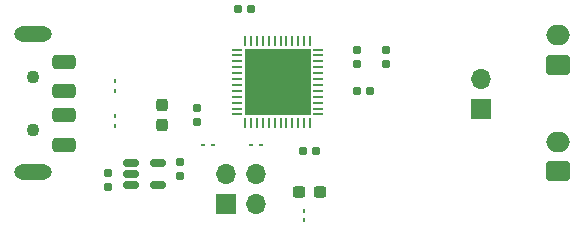
<source format=gbr>
%TF.GenerationSoftware,KiCad,Pcbnew,8.0.3*%
%TF.CreationDate,2024-07-05T22:26:41-07:00*%
%TF.ProjectId,can-opener,63616e2d-6f70-4656-9e65-722e6b696361,rev?*%
%TF.SameCoordinates,Original*%
%TF.FileFunction,Soldermask,Top*%
%TF.FilePolarity,Negative*%
%FSLAX46Y46*%
G04 Gerber Fmt 4.6, Leading zero omitted, Abs format (unit mm)*
G04 Created by KiCad (PCBNEW 8.0.3) date 2024-07-05 22:26:41*
%MOMM*%
%LPD*%
G01*
G04 APERTURE LIST*
G04 Aperture macros list*
%AMRoundRect*
0 Rectangle with rounded corners*
0 $1 Rounding radius*
0 $2 $3 $4 $5 $6 $7 $8 $9 X,Y pos of 4 corners*
0 Add a 4 corners polygon primitive as box body*
4,1,4,$2,$3,$4,$5,$6,$7,$8,$9,$2,$3,0*
0 Add four circle primitives for the rounded corners*
1,1,$1+$1,$2,$3*
1,1,$1+$1,$4,$5*
1,1,$1+$1,$6,$7*
1,1,$1+$1,$8,$9*
0 Add four rect primitives between the rounded corners*
20,1,$1+$1,$2,$3,$4,$5,0*
20,1,$1+$1,$4,$5,$6,$7,0*
20,1,$1+$1,$6,$7,$8,$9,0*
20,1,$1+$1,$8,$9,$2,$3,0*%
G04 Aperture macros list end*
%ADD10RoundRect,0.062500X0.062500X-0.117500X0.062500X0.117500X-0.062500X0.117500X-0.062500X-0.117500X0*%
%ADD11RoundRect,0.062500X-0.062500X0.117500X-0.062500X-0.117500X0.062500X-0.117500X0.062500X0.117500X0*%
%ADD12O,1.700000X1.700000*%
%ADD13R,1.700000X1.700000*%
%ADD14RoundRect,0.150000X-0.512500X-0.150000X0.512500X-0.150000X0.512500X0.150000X-0.512500X0.150000X0*%
%ADD15RoundRect,0.062500X0.375000X0.062500X-0.375000X0.062500X-0.375000X-0.062500X0.375000X-0.062500X0*%
%ADD16RoundRect,0.062500X0.062500X0.375000X-0.062500X0.375000X-0.062500X-0.375000X0.062500X-0.375000X0*%
%ADD17R,5.600000X5.600000*%
%ADD18O,2.000000X1.700000*%
%ADD19RoundRect,0.250000X0.750000X-0.600000X0.750000X0.600000X-0.750000X0.600000X-0.750000X-0.600000X0*%
%ADD20C,1.100000*%
%ADD21RoundRect,0.300000X0.700000X0.300000X-0.700000X0.300000X-0.700000X-0.300000X0.700000X-0.300000X0*%
%ADD22O,3.200000X1.300000*%
%ADD23RoundRect,0.062500X0.117500X0.062500X-0.117500X0.062500X-0.117500X-0.062500X0.117500X-0.062500X0*%
%ADD24RoundRect,0.062500X-0.117500X-0.062500X0.117500X-0.062500X0.117500X0.062500X-0.117500X0.062500X0*%
%ADD25RoundRect,0.155000X-0.155000X0.212500X-0.155000X-0.212500X0.155000X-0.212500X0.155000X0.212500X0*%
%ADD26RoundRect,0.155000X0.155000X-0.212500X0.155000X0.212500X-0.155000X0.212500X-0.155000X-0.212500X0*%
%ADD27RoundRect,0.155000X-0.212500X-0.155000X0.212500X-0.155000X0.212500X0.155000X-0.212500X0.155000X0*%
%ADD28RoundRect,0.237500X0.237500X-0.300000X0.237500X0.300000X-0.237500X0.300000X-0.237500X-0.300000X0*%
%ADD29RoundRect,0.237500X0.300000X0.237500X-0.300000X0.237500X-0.300000X-0.237500X0.300000X-0.237500X0*%
%ADD30RoundRect,0.155000X0.212500X0.155000X-0.212500X0.155000X-0.212500X-0.155000X0.212500X-0.155000X0*%
G04 APERTURE END LIST*
D10*
%TO.C,D505*%
X101500000Y-87420000D03*
X101500000Y-86580000D03*
%TD*%
D11*
%TO.C,D504*%
X101500000Y-89580000D03*
X101500000Y-90420000D03*
%TD*%
D12*
%TO.C,J301*%
X132500000Y-86460000D03*
D13*
X132500000Y-89000000D03*
%TD*%
D14*
%TO.C,U401*%
X102862500Y-93550000D03*
X102862500Y-94500000D03*
X102862500Y-95450000D03*
X105137500Y-95450000D03*
X105137500Y-93550000D03*
%TD*%
D15*
%TO.C,U201*%
X118737500Y-89450000D03*
X118737500Y-88950000D03*
X118737500Y-88450000D03*
X118737500Y-87950000D03*
X118737500Y-87450000D03*
X118737500Y-86950000D03*
X118737500Y-86450000D03*
X118737500Y-85950000D03*
X118737500Y-85450000D03*
X118737500Y-84950000D03*
X118737500Y-84450000D03*
X118737500Y-83950000D03*
D16*
X118050000Y-83262500D03*
X117550000Y-83262500D03*
X117050000Y-83262500D03*
X116550000Y-83262500D03*
X116050000Y-83262500D03*
X115550000Y-83262500D03*
X115050000Y-83262500D03*
X114550000Y-83262500D03*
X114050000Y-83262500D03*
X113550000Y-83262500D03*
X113050000Y-83262500D03*
X112550000Y-83262500D03*
D15*
X111862500Y-83950000D03*
X111862500Y-84450000D03*
X111862500Y-84950000D03*
X111862500Y-85450000D03*
X111862500Y-85950000D03*
X111862500Y-86450000D03*
X111862500Y-86950000D03*
X111862500Y-87450000D03*
X111862500Y-87950000D03*
X111862500Y-88450000D03*
X111862500Y-88950000D03*
X111862500Y-89450000D03*
D16*
X112550000Y-90137500D03*
X113050000Y-90137500D03*
X113550000Y-90137500D03*
X114050000Y-90137500D03*
X114550000Y-90137500D03*
X115050000Y-90137500D03*
X115550000Y-90137500D03*
X116050000Y-90137500D03*
X116550000Y-90137500D03*
X117050000Y-90137500D03*
X117550000Y-90137500D03*
X118050000Y-90137500D03*
D17*
X115300000Y-86700000D03*
%TD*%
D13*
%TO.C,J504*%
X110960000Y-97000000D03*
D12*
X110960000Y-94460000D03*
X113500000Y-97000000D03*
X113500000Y-94460000D03*
%TD*%
D18*
%TO.C,J503*%
X139050000Y-82750000D03*
D19*
X139050000Y-85250000D03*
%TD*%
D18*
%TO.C,J502*%
X139050000Y-91750000D03*
D19*
X139050000Y-94250000D03*
%TD*%
D20*
%TO.C,J501*%
X94575000Y-90750000D03*
X94575000Y-86250000D03*
D21*
X97175000Y-92000000D03*
X97175000Y-89500000D03*
X97175000Y-87500000D03*
X97175000Y-85000000D03*
D22*
X94575000Y-94350000D03*
X94575000Y-82650000D03*
%TD*%
D10*
%TO.C,D503*%
X117500000Y-98420000D03*
X117500000Y-97580000D03*
%TD*%
D23*
%TO.C,D502*%
X109840000Y-92000000D03*
X109000000Y-92000000D03*
%TD*%
D24*
%TO.C,D501*%
X113080000Y-92000000D03*
X113920000Y-92000000D03*
%TD*%
D25*
%TO.C,C402*%
X107000000Y-93500000D03*
X107000000Y-94635000D03*
%TD*%
D26*
%TO.C,C401*%
X100932500Y-94432500D03*
X100932500Y-95567500D03*
%TD*%
D27*
%TO.C,C201*%
X122000000Y-87500000D03*
X123135000Y-87500000D03*
%TD*%
D25*
%TO.C,C208*%
X124500000Y-84000000D03*
X124500000Y-85135000D03*
%TD*%
%TO.C,C207*%
X122000000Y-84000000D03*
X122000000Y-85135000D03*
%TD*%
D28*
%TO.C,C206*%
X105500000Y-90362500D03*
X105500000Y-88637500D03*
%TD*%
D29*
%TO.C,C205*%
X118862500Y-96000000D03*
X117137500Y-96000000D03*
%TD*%
D30*
%TO.C,C204*%
X118567500Y-92500000D03*
X117432500Y-92500000D03*
%TD*%
D27*
%TO.C,C203*%
X111932500Y-80500000D03*
X113067500Y-80500000D03*
%TD*%
D26*
%TO.C,C202*%
X108500000Y-90067500D03*
X108500000Y-88932500D03*
%TD*%
M02*

</source>
